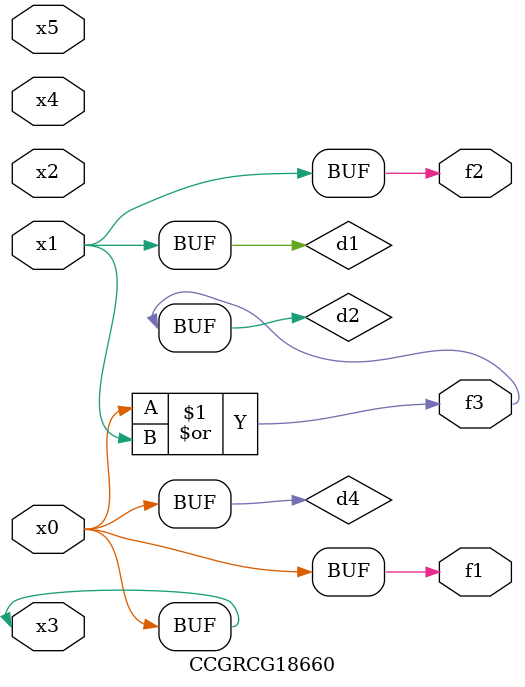
<source format=v>
module CCGRCG18660(
	input x0, x1, x2, x3, x4, x5,
	output f1, f2, f3
);

	wire d1, d2, d3, d4;

	and (d1, x1);
	or (d2, x0, x1);
	nand (d3, x0, x5);
	buf (d4, x0, x3);
	assign f1 = d4;
	assign f2 = d1;
	assign f3 = d2;
endmodule

</source>
